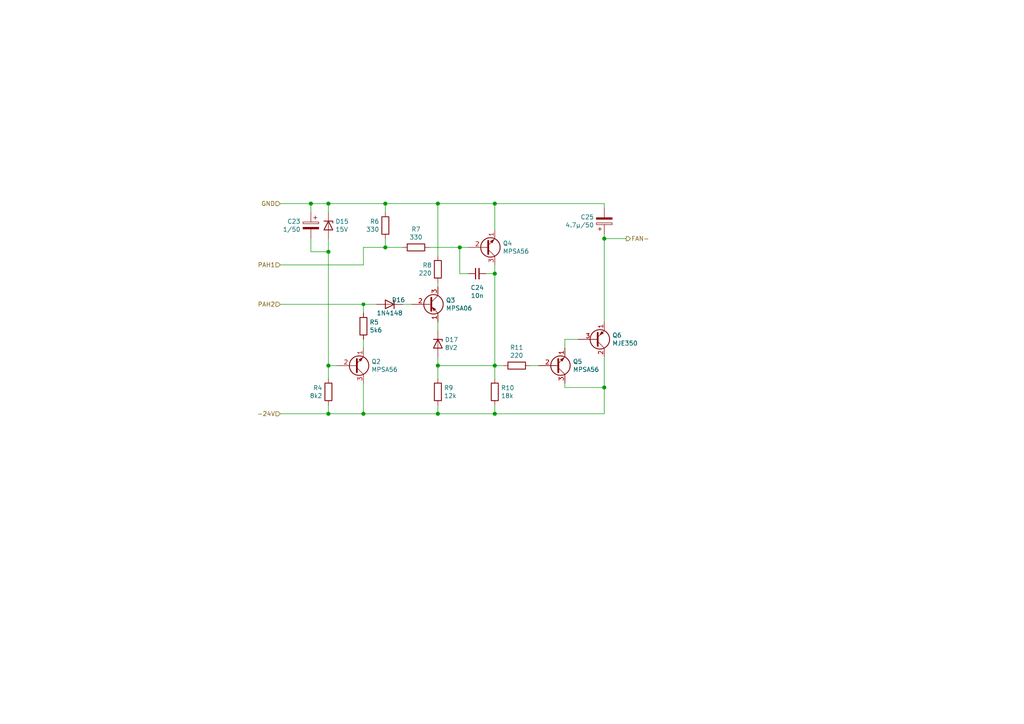
<source format=kicad_sch>
(kicad_sch (version 20210126) (generator eeschema)
  (paper "A4")
  (lib_symbols
    (symbol "Device:C_Polarized" (pin_numbers hide) (pin_names (offset 0.254))
      (property "Reference" "C" (at 0.635 2.54 0))
      (property "Value" "C_Polarized" (at 0.635 -2.54 0))
      (symbol "C_Polarized_0_1"
        (rectangle (start -2.286 0.508) (end 2.286 1.016))
        (rectangle (start 2.286 -0.508) (end -2.286 -1.016) (fill (type outline)))
        (polyline (pts (xy -1.778 2.286) (xy -0.762 2.286)))
        (polyline (pts (xy -1.27 2.794) (xy -1.27 1.778)))
      )
      (symbol "C_Polarized_1_1"
        (pin passive line (at 0 3.81 270) (length 2.794) (name "~") (number "1"))
        (pin passive line (at 0 -3.81 90) (length 2.794) (name "~") (number "2"))
      )
    )
    (symbol "Device:C_Small" (pin_numbers hide) (pin_names (offset 0.254) hide)
      (property "Reference" "C" (at 0.254 1.778 0))
      (property "Value" "C_Small" (at 0.254 -2.032 0))
      (symbol "C_Small_0_1"
        (polyline (pts (xy -1.524 -0.508) (xy 1.524 -0.508)) (stroke (width 0.3302)))
        (polyline (pts (xy -1.524 0.508) (xy 1.524 0.508)) (stroke (width 0.3048)))
      )
      (symbol "C_Small_1_1"
        (pin passive line (at 0 2.54 270) (length 2.032) (name "~") (number "1"))
        (pin passive line (at 0 -2.54 90) (length 2.032) (name "~") (number "2"))
      )
    )
    (symbol "Device:D_Zener" (pin_numbers hide) (pin_names (offset 1.016) hide)
      (property "Reference" "D" (at 0 2.54 0))
      (property "Value" "D_Zener" (at 0 -2.54 0))
      (symbol "D_Zener_0_1"
        (polyline (pts (xy 1.27 0) (xy -1.27 0)))
        (polyline (pts (xy -1.27 -1.27) (xy -1.27 1.27) (xy -0.762 1.27)) (stroke (width 0.254)))
        (polyline (pts (xy 1.27 -1.27) (xy 1.27 1.27) (xy -1.27 0) (xy 1.27 -1.27)) (stroke (width 0.254)))
      )
      (symbol "D_Zener_1_1"
        (pin passive line (at -3.81 0 0) (length 2.54) (name "K") (number "1"))
        (pin passive line (at 3.81 0 180) (length 2.54) (name "A") (number "2"))
      )
    )
    (symbol "Device:Q_PNP_ECB" (pin_names (offset 0) hide)
      (property "Reference" "Q" (at 5.08 1.27 0))
      (property "Value" "Q_PNP_ECB" (at 5.08 -1.27 0))
      (symbol "Q_PNP_ECB_0_1"
        (circle (center 1.27 0) (radius 2.8194) (stroke (width 0.254)))
        (polyline (pts (xy 0.635 0.635) (xy 2.54 2.54)))
        (polyline (pts (xy 0.635 -0.635) (xy 2.54 -2.54) (xy 2.54 -2.54)))
        (polyline (pts (xy 0.635 1.905) (xy 0.635 -1.905) (xy 0.635 -1.905)) (stroke (width 0.508)))
        (polyline (pts (xy 2.286 -1.778) (xy 1.778 -2.286) (xy 1.27 -1.27) (xy 2.286 -1.778) (xy 2.286 -1.778)) (fill (type outline)))
      )
      (symbol "Q_PNP_ECB_1_1"
        (pin passive line (at 2.54 -5.08 90) (length 2.54) (name "E") (number "1"))
        (pin passive line (at 2.54 5.08 270) (length 2.54) (name "C") (number "2"))
        (pin input line (at -5.08 0 0) (length 5.715) (name "B") (number "3"))
      )
    )
    (symbol "Device:R" (pin_numbers hide) (pin_names (offset 0))
      (property "Reference" "R" (at 2.032 0 90))
      (property "Value" "R" (at 0 0 90))
      (symbol "R_0_1"
        (rectangle (start -1.016 -2.54) (end 1.016 2.54) (stroke (width 0.254)))
      )
      (symbol "R_1_1"
        (pin passive line (at 0 3.81 270) (length 1.27) (name "~") (number "1"))
        (pin passive line (at 0 -3.81 90) (length 1.27) (name "~") (number "2"))
      )
    )
    (symbol "Diode:1N4148" (pin_numbers hide) (pin_names (offset 1.016) hide)
      (property "Reference" "D" (at 0 2.54 0))
      (property "Value" "1N4148" (at 0 -2.54 0))
      (symbol "1N4148_0_1"
        (polyline (pts (xy -1.27 1.27) (xy -1.27 -1.27)) (stroke (width 0.254)))
        (polyline (pts (xy 1.27 0) (xy -1.27 0)))
        (polyline (pts (xy 1.27 1.27) (xy 1.27 -1.27) (xy -1.27 0) (xy 1.27 1.27)) (stroke (width 0.254)))
      )
      (symbol "1N4148_1_1"
        (pin passive line (at -3.81 0 0) (length 2.54) (name "K") (number "1"))
        (pin passive line (at 3.81 0 180) (length 2.54) (name "A") (number "2"))
      )
    )
    (symbol "Transistor_BJT:MPSA42" (pin_names (offset 1.016) hide)
      (property "Reference" "Q" (at 5.08 1.905 0))
      (property "Value" "MPSA42" (at 5.08 0 0))
      (symbol "MPSA42_0_1"
        (circle (center 1.27 0) (radius 2.8194) (stroke (width 0.254)))
        (polyline (pts (xy 0 0) (xy 0.635 0)))
        (polyline (pts (xy 0.635 0.635) (xy 2.54 2.54)))
        (polyline (pts (xy 0.635 -0.635) (xy 2.54 -2.54) (xy 2.54 -2.54)))
        (polyline (pts (xy 0.635 1.905) (xy 0.635 -1.905) (xy 0.635 -1.905)) (stroke (width 0.508)))
        (polyline (pts (xy 1.27 -1.778) (xy 1.778 -1.27) (xy 2.286 -2.286) (xy 1.27 -1.778) (xy 1.27 -1.778)) (fill (type outline)))
      )
      (symbol "MPSA42_1_1"
        (pin passive line (at 2.54 -5.08 90) (length 2.54) (name "E") (number "1"))
        (pin input line (at -5.08 0 0) (length 5.08) (name "B") (number "2"))
        (pin passive line (at 2.54 5.08 270) (length 2.54) (name "C") (number "3"))
      )
    )
    (symbol "Userlibrary:MPSA06" (pin_names (offset 1.016) hide)
      (property "Reference" "Q" (at 5.08 1.905 0))
      (property "Value" "MPSA06" (at 5.08 0 0))
      (symbol "MPSA06_0_1"
        (circle (center 1.27 0) (radius 2.8194) (stroke (width 0.254)))
        (polyline (pts (xy 0 0) (xy 0.635 0)))
        (polyline (pts (xy 2.54 -2.54) (xy 0.635 -0.635)))
        (polyline (pts (xy 2.54 2.54) (xy 0.635 0.635)))
        (polyline (pts (xy 0.635 1.905) (xy 0.635 -1.905) (xy 0.635 -1.905)) (stroke (width 0.508)) (fill (type outline)))
        (polyline (pts (xy 1.397 -1.905) (xy 1.905 -1.397) (xy 0.889 -0.889) (xy 1.397 -1.905) (xy 1.397 -1.905)) (fill (type outline)))
      )
      (symbol "MPSA06_1_1"
        (pin passive line (at 2.54 -5.08 90) (length 2.54) (name "E") (number "1"))
        (pin input line (at -5.08 0 0) (length 5.08) (name "B") (number "2"))
        (pin passive line (at 2.54 5.08 270) (length 2.54) (name "C") (number "3"))
      )
    )
  )
  (junction (at 90.17 59.055) (diameter 1.016))
  (junction (at 95.25 59.055) (diameter 1.016))
  (junction (at 95.25 73.025) (diameter 1.016))
  (junction (at 95.25 106.045) (diameter 1.016))
  (junction (at 95.25 120.015) (diameter 1.016))
  (junction (at 105.41 88.265) (diameter 0.9144))
  (junction (at 105.41 120.015) (diameter 1.016))
  (junction (at 111.76 59.055) (diameter 1.016))
  (junction (at 111.76 71.755) (diameter 1.016))
  (junction (at 127 59.055) (diameter 1.016))
  (junction (at 127 106.045) (diameter 1.016))
  (junction (at 127 120.015) (diameter 1.016))
  (junction (at 133.35 71.755) (diameter 1.016))
  (junction (at 143.51 59.055) (diameter 1.016))
  (junction (at 143.51 79.375) (diameter 1.016))
  (junction (at 143.51 106.045) (diameter 1.016))
  (junction (at 143.51 120.015) (diameter 1.016))
  (junction (at 175.26 69.215) (diameter 1.016))
  (junction (at 175.26 112.395) (diameter 1.016))
  (wire (pts (xy 81.28 59.055) (xy 90.17 59.055)))
  (wire (pts (xy 81.28 76.835) (xy 105.41 76.835)))
  (wire (pts (xy 81.28 88.265) (xy 105.41 88.265)))
  (wire (pts (xy 81.28 120.015) (xy 95.25 120.015)))
  (wire (pts (xy 90.17 59.055) (xy 95.25 59.055)))
  (wire (pts (xy 90.17 61.595) (xy 90.17 59.055)))
  (wire (pts (xy 90.17 69.215) (xy 90.17 73.025)))
  (wire (pts (xy 90.17 73.025) (xy 95.25 73.025)))
  (wire (pts (xy 95.25 59.055) (xy 95.25 61.595)))
  (wire (pts (xy 95.25 59.055) (xy 111.76 59.055)))
  (wire (pts (xy 95.25 69.215) (xy 95.25 73.025)))
  (wire (pts (xy 95.25 73.025) (xy 95.25 106.045)))
  (wire (pts (xy 95.25 106.045) (xy 95.25 109.855)))
  (wire (pts (xy 95.25 106.045) (xy 97.79 106.045)))
  (wire (pts (xy 95.25 120.015) (xy 95.25 117.475)))
  (wire (pts (xy 95.25 120.015) (xy 105.41 120.015)))
  (wire (pts (xy 105.41 71.755) (xy 105.41 76.835)))
  (wire (pts (xy 105.41 71.755) (xy 111.76 71.755)))
  (wire (pts (xy 105.41 88.265) (xy 105.41 90.805)))
  (wire (pts (xy 105.41 88.265) (xy 109.22 88.265)))
  (wire (pts (xy 105.41 98.425) (xy 105.41 100.965)))
  (wire (pts (xy 105.41 111.125) (xy 105.41 120.015)))
  (wire (pts (xy 105.41 120.015) (xy 127 120.015)))
  (wire (pts (xy 111.76 59.055) (xy 111.76 61.595)))
  (wire (pts (xy 111.76 59.055) (xy 127 59.055)))
  (wire (pts (xy 111.76 71.755) (xy 111.76 69.215)))
  (wire (pts (xy 111.76 71.755) (xy 116.84 71.755)))
  (wire (pts (xy 116.84 88.265) (xy 119.38 88.265)))
  (wire (pts (xy 124.46 71.755) (xy 133.35 71.755)))
  (wire (pts (xy 127 59.055) (xy 127 74.295)))
  (wire (pts (xy 127 59.055) (xy 143.51 59.055)))
  (wire (pts (xy 127 81.915) (xy 127 83.185)))
  (wire (pts (xy 127 93.345) (xy 127 95.885)))
  (wire (pts (xy 127 103.505) (xy 127 106.045)))
  (wire (pts (xy 127 106.045) (xy 127 109.855)))
  (wire (pts (xy 127 106.045) (xy 143.51 106.045)))
  (wire (pts (xy 127 117.475) (xy 127 120.015)))
  (wire (pts (xy 127 120.015) (xy 143.51 120.015)))
  (wire (pts (xy 133.35 71.755) (xy 135.89 71.755)))
  (wire (pts (xy 133.35 79.375) (xy 133.35 71.755)))
  (wire (pts (xy 133.35 79.375) (xy 135.89 79.375)))
  (wire (pts (xy 140.97 79.375) (xy 143.51 79.375)))
  (wire (pts (xy 143.51 59.055) (xy 143.51 66.675)))
  (wire (pts (xy 143.51 59.055) (xy 175.26 59.055)))
  (wire (pts (xy 143.51 76.835) (xy 143.51 79.375)))
  (wire (pts (xy 143.51 79.375) (xy 143.51 106.045)))
  (wire (pts (xy 143.51 106.045) (xy 143.51 109.855)))
  (wire (pts (xy 143.51 106.045) (xy 146.05 106.045)))
  (wire (pts (xy 143.51 120.015) (xy 143.51 117.475)))
  (wire (pts (xy 143.51 120.015) (xy 175.26 120.015)))
  (wire (pts (xy 153.67 106.045) (xy 156.21 106.045)))
  (wire (pts (xy 163.83 98.425) (xy 163.83 100.965)))
  (wire (pts (xy 163.83 112.395) (xy 163.83 111.125)))
  (wire (pts (xy 167.64 98.425) (xy 163.83 98.425)))
  (wire (pts (xy 175.26 59.055) (xy 175.26 60.325)))
  (wire (pts (xy 175.26 67.945) (xy 175.26 69.215)))
  (wire (pts (xy 175.26 69.215) (xy 175.26 93.345)))
  (wire (pts (xy 175.26 69.215) (xy 181.61 69.215)))
  (wire (pts (xy 175.26 112.395) (xy 163.83 112.395)))
  (wire (pts (xy 175.26 112.395) (xy 175.26 103.505)))
  (wire (pts (xy 175.26 120.015) (xy 175.26 112.395)))
  (hierarchical_label "GND" (shape input) (at 81.28 59.055 180))
  (hierarchical_label "PAH1" (shape input) (at 81.28 76.835 180))
  (hierarchical_label "PAH2" (shape input) (at 81.28 88.265 180))
  (hierarchical_label "-24V" (shape input) (at 81.28 120.015 180))
  (hierarchical_label "FAN-" (shape output) (at 181.61 69.215 0))
  (symbol (lib_id "Device:R") (at 95.25 113.665 180) (unit 1)
    (property "Reference" "R4" (at 93.4974 112.4966 0) (effects (justify left)))
    (property "Value" "8k2" (at 93.4974 114.808 0) (effects (justify left)))
    (property "Footprint" "Resistor_THT:R_Axial_DIN0204_L3.6mm_D1.6mm_P7.62mm_Horizontal" (effects hide))
  )
  (symbol (lib_id "Device:R") (at 105.41 94.615 180) (unit 1)
    (property "Reference" "R5" (at 107.188 93.4466 0) (effects (justify right)))
    (property "Value" "5k6" (at 107.188 95.758 0) (effects (justify right)))
    (property "Footprint" "Resistor_THT:R_Axial_DIN0204_L3.6mm_D1.6mm_P7.62mm_Horizontal" (effects hide))
  )
  (symbol (lib_id "Device:R") (at 111.76 65.405 180) (unit 1)
    (property "Reference" "R6" (at 110.0074 64.2366 0) (effects (justify left)))
    (property "Value" "330" (at 110.0074 66.548 0) (effects (justify left)))
    (property "Footprint" "Resistor_THT:R_Axial_DIN0204_L3.6mm_D1.6mm_P7.62mm_Horizontal" (effects hide))
  )
  (symbol (lib_id "Device:R") (at 120.65 71.755 270) (unit 1)
    (property "Reference" "R7" (at 120.65 66.4972 90))
    (property "Value" "330" (at 120.65 68.8086 90))
    (property "Footprint" "Resistor_THT:R_Axial_DIN0204_L3.6mm_D1.6mm_P7.62mm_Horizontal" (effects hide))
  )
  (symbol (lib_id "Device:R") (at 127 78.105 180) (unit 1)
    (property "Reference" "R8" (at 125.2474 76.9366 0) (effects (justify left)))
    (property "Value" "220" (at 125.2474 79.248 0) (effects (justify left)))
    (property "Footprint" "Resistor_THT:R_Axial_DIN0204_L3.6mm_D1.6mm_P7.62mm_Horizontal" (effects hide))
  )
  (symbol (lib_id "Device:R") (at 127 113.665 180) (unit 1)
    (property "Reference" "R9" (at 128.778 112.4966 0) (effects (justify right)))
    (property "Value" "12k" (at 128.778 114.808 0) (effects (justify right)))
    (property "Footprint" "Resistor_THT:R_Axial_DIN0204_L3.6mm_D1.6mm_P7.62mm_Horizontal" (effects hide))
  )
  (symbol (lib_id "Device:R") (at 143.51 113.665 180) (unit 1)
    (property "Reference" "R10" (at 145.288 112.4966 0) (effects (justify right)))
    (property "Value" "18k" (at 145.288 114.808 0) (effects (justify right)))
    (property "Footprint" "Resistor_THT:R_Axial_DIN0204_L3.6mm_D1.6mm_P7.62mm_Horizontal" (effects hide))
  )
  (symbol (lib_id "Device:R") (at 149.86 106.045 270) (unit 1)
    (property "Reference" "R11" (at 149.86 100.7872 90))
    (property "Value" "220" (at 149.86 103.0986 90))
    (property "Footprint" "Resistor_THT:R_Axial_DIN0204_L3.6mm_D1.6mm_P7.62mm_Horizontal" (effects hide))
  )
  (symbol (lib_id "Device:C_Small") (at 138.43 79.375 90) (mirror x) (unit 1)
    (property "Reference" "C24" (at 138.43 83.439 90))
    (property "Value" "10n" (at 138.43 85.7504 90))
    (property "Footprint" "Capacitor_THT:C_Rect_L4.6mm_W3.8mm_P2.50mm_MKS02_FKP02" (effects hide))
  )
  (symbol (lib_id "Device:D_Zener") (at 95.25 65.405 270) (unit 1)
    (property "Reference" "D15" (at 97.2566 64.2366 90) (effects (justify left)))
    (property "Value" "15V" (at 97.2566 66.548 90) (effects (justify left)))
    (property "Footprint" "Diode_THT:D_DO-15_P12.70mm_Horizontal" (effects hide))
  )
  (symbol (lib_id "Diode:1N4148") (at 113.03 88.265 0) (mirror y) (unit 1)
    (property "Reference" "D16" (at 115.57 86.995 0))
    (property "Value" "1N4148" (at 113.03 90.805 0))
    (property "Footprint" "Diode_THT:D_DO-35_SOD27_P7.62mm_Horizontal" (effects hide))
    (property "Datasheet" "https://assets.nexperia.com/documents/data-sheet/1N4148_1N4448.pdf" (effects hide))
  )
  (symbol (lib_id "Device:D_Zener") (at 127 99.695 270) (unit 1)
    (property "Reference" "D17" (at 129.0066 98.5266 90) (effects (justify left)))
    (property "Value" "8V2" (at 129.0066 100.838 90) (effects (justify left)))
    (property "Footprint" "Diode_THT:D_DO-15_P12.70mm_Horizontal" (effects hide))
  )
  (symbol (lib_id "Device:C_Polarized") (at 90.17 65.405 0) (mirror y) (unit 1)
    (property "Reference" "C23" (at 87.1982 64.2366 0) (effects (justify left)))
    (property "Value" "1/50" (at 87.1982 66.548 0) (effects (justify left)))
    (property "Footprint" "Capacitor_THT:CP_Radial_D8.0mm_P2.50mm" (effects hide))
  )
  (symbol (lib_id "Device:C_Polarized") (at 175.26 64.135 0) (mirror x) (unit 1)
    (property "Reference" "C25" (at 172.2882 62.9666 0) (effects (justify right)))
    (property "Value" "4.7µ/50" (at 172.2882 65.278 0) (effects (justify right)))
    (property "Footprint" "Capacitor_THT:CP_Radial_D5.0mm_P2.00mm" (effects hide))
  )
  (symbol (lib_id "Transistor_BJT:MPSA42") (at 102.87 106.045 0) (mirror x) (unit 1)
    (property "Reference" "Q2" (at 107.7214 104.8766 0) (effects (justify left)))
    (property "Value" "MPSA56" (at 107.7214 107.188 0) (effects (justify left)))
    (property "Footprint" "Package_TO_SOT_THT:TO-92_Inline" (effects hide))
    (property "Datasheet" "http://www.onsemi.com/pub_link/Collateral/MPSA42-D.PDF" (effects hide))
  )
  (symbol (lib_id "Userlibrary:MPSA06") (at 124.46 88.265 0) (unit 1)
    (property "Reference" "Q3" (at 129.3114 87.0966 0) (effects (justify left)))
    (property "Value" "MPSA06" (at 129.3114 89.408 0) (effects (justify left)))
    (property "Footprint" "TO_SOT_Packages_THT:TO-92_Molded_Narrow" (effects hide))
    (property "Datasheet" "http://www.onsemi.com/pub_link/Collateral/MPSA06-D.PDF" (effects hide))
  )
  (symbol (lib_id "Transistor_BJT:MPSA42") (at 140.97 71.755 0) (mirror x) (unit 1)
    (property "Reference" "Q4" (at 145.8214 70.5866 0) (effects (justify left)))
    (property "Value" "MPSA56" (at 145.8214 72.898 0) (effects (justify left)))
    (property "Footprint" "Package_TO_SOT_THT:TO-92_Inline" (effects hide))
    (property "Datasheet" "http://www.onsemi.com/pub_link/Collateral/MPSA42-D.PDF" (effects hide))
  )
  (symbol (lib_id "Transistor_BJT:MPSA42") (at 161.29 106.045 0) (mirror x) (unit 1)
    (property "Reference" "Q5" (at 166.1414 104.8766 0) (effects (justify left)))
    (property "Value" "MPSA56" (at 166.1414 107.188 0) (effects (justify left)))
    (property "Footprint" "Package_TO_SOT_THT:TO-92_Inline" (effects hide))
    (property "Datasheet" "http://www.onsemi.com/pub_link/Collateral/MPSA42-D.PDF" (effects hide))
  )
  (symbol (lib_id "Device:Q_PNP_ECB") (at 172.72 98.425 0) (mirror x) (unit 1)
    (property "Reference" "Q6" (at 177.5714 97.2566 0) (effects (justify left)))
    (property "Value" "MJE350" (at 177.5714 99.568 0) (effects (justify left)))
    (property "Footprint" "Package_TO_SOT_THT:TO-126-3_Vertical" (effects hide))
  )
)
</source>
